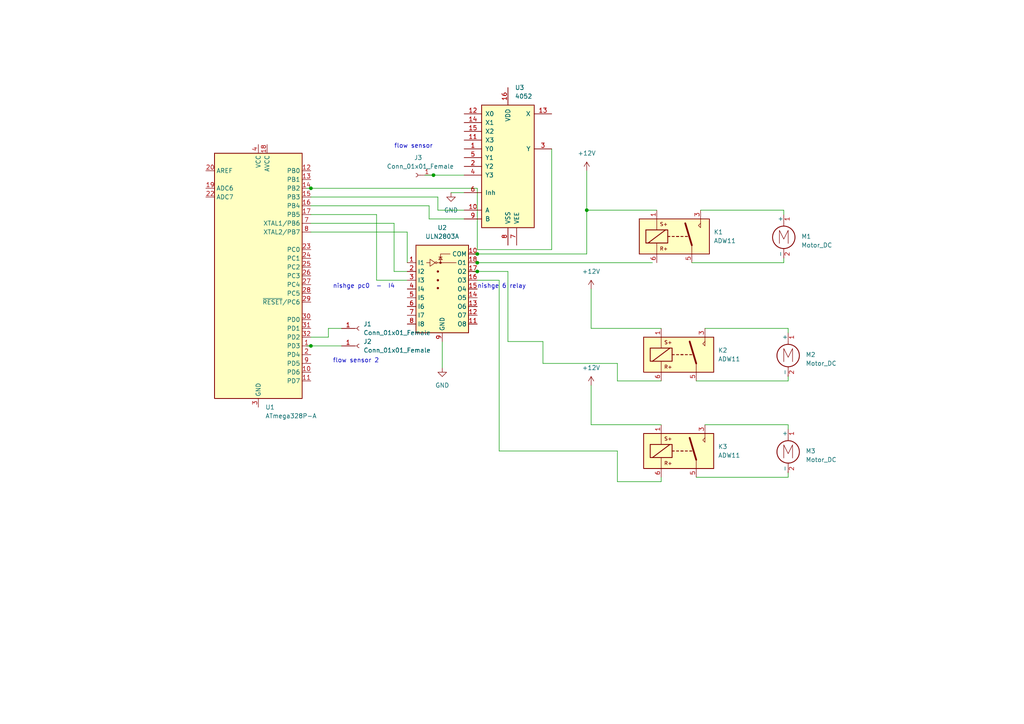
<source format=kicad_sch>
(kicad_sch (version 20211123) (generator eeschema)

  (uuid 86364039-d00e-4cba-91f8-e26cededf001)

  (paper "A4")

  (lib_symbols
    (symbol "4xxx:4052" (pin_names (offset 1.016)) (in_bom yes) (on_board yes)
      (property "Reference" "U" (id 0) (at -7.62 19.05 0)
        (effects (font (size 1.27 1.27)))
      )
      (property "Value" "4052" (id 1) (at -7.62 -19.05 0)
        (effects (font (size 1.27 1.27)))
      )
      (property "Footprint" "" (id 2) (at 0 0 0)
        (effects (font (size 1.27 1.27)) hide)
      )
      (property "Datasheet" "http://www.intersil.com/content/dam/Intersil/documents/cd40/cd4051bms-52bms-53bms.pdf" (id 3) (at 0 0 0)
        (effects (font (size 1.27 1.27)) hide)
      )
      (property "ki_locked" "" (id 4) (at 0 0 0)
        (effects (font (size 1.27 1.27)))
      )
      (property "ki_keywords" "CMOS MUX MUX4" (id 5) (at 0 0 0)
        (effects (font (size 1.27 1.27)) hide)
      )
      (property "ki_description" "Dual Analog Multiplexer 4 to 1 line" (id 6) (at 0 0 0)
        (effects (font (size 1.27 1.27)) hide)
      )
      (property "ki_fp_filters" "DIP?16*" (id 7) (at 0 0 0)
        (effects (font (size 1.27 1.27)) hide)
      )
      (symbol "4052_1_0"
        (pin passive line (at -12.7 5.08 0) (length 5.08)
          (name "Y0" (effects (font (size 1.27 1.27))))
          (number "1" (effects (font (size 1.27 1.27))))
        )
        (pin input line (at -12.7 -12.7 0) (length 5.08)
          (name "A" (effects (font (size 1.27 1.27))))
          (number "10" (effects (font (size 1.27 1.27))))
        )
        (pin passive line (at -12.7 7.62 0) (length 5.08)
          (name "X3" (effects (font (size 1.27 1.27))))
          (number "11" (effects (font (size 1.27 1.27))))
        )
        (pin passive line (at -12.7 15.24 0) (length 5.08)
          (name "X0" (effects (font (size 1.27 1.27))))
          (number "12" (effects (font (size 1.27 1.27))))
        )
        (pin passive line (at 12.7 15.24 180) (length 5.08)
          (name "X" (effects (font (size 1.27 1.27))))
          (number "13" (effects (font (size 1.27 1.27))))
        )
        (pin passive line (at -12.7 12.7 0) (length 5.08)
          (name "X1" (effects (font (size 1.27 1.27))))
          (number "14" (effects (font (size 1.27 1.27))))
        )
        (pin passive line (at -12.7 10.16 0) (length 5.08)
          (name "X2" (effects (font (size 1.27 1.27))))
          (number "15" (effects (font (size 1.27 1.27))))
        )
        (pin power_in line (at 0 22.86 270) (length 5.08)
          (name "VDD" (effects (font (size 1.27 1.27))))
          (number "16" (effects (font (size 1.27 1.27))))
        )
        (pin passive line (at -12.7 0 0) (length 5.08)
          (name "Y2" (effects (font (size 1.27 1.27))))
          (number "2" (effects (font (size 1.27 1.27))))
        )
        (pin passive line (at 12.7 5.08 180) (length 5.08)
          (name "Y" (effects (font (size 1.27 1.27))))
          (number "3" (effects (font (size 1.27 1.27))))
        )
        (pin passive line (at -12.7 -2.54 0) (length 5.08)
          (name "Y3" (effects (font (size 1.27 1.27))))
          (number "4" (effects (font (size 1.27 1.27))))
        )
        (pin passive line (at -12.7 2.54 0) (length 5.08)
          (name "Y1" (effects (font (size 1.27 1.27))))
          (number "5" (effects (font (size 1.27 1.27))))
        )
        (pin input line (at -12.7 -7.62 0) (length 5.08)
          (name "Inh" (effects (font (size 1.27 1.27))))
          (number "6" (effects (font (size 1.27 1.27))))
        )
        (pin power_in line (at 2.54 -22.86 90) (length 5.08)
          (name "VEE" (effects (font (size 1.27 1.27))))
          (number "7" (effects (font (size 1.27 1.27))))
        )
        (pin power_in line (at 0 -22.86 90) (length 5.08)
          (name "VSS" (effects (font (size 1.27 1.27))))
          (number "8" (effects (font (size 1.27 1.27))))
        )
        (pin input line (at -12.7 -15.24 0) (length 5.08)
          (name "B" (effects (font (size 1.27 1.27))))
          (number "9" (effects (font (size 1.27 1.27))))
        )
      )
      (symbol "4052_1_1"
        (rectangle (start -7.62 17.78) (end 7.62 -17.78)
          (stroke (width 0.254) (type default) (color 0 0 0 0))
          (fill (type background))
        )
      )
    )
    (symbol "Connector:Conn_01x01_Female" (pin_names (offset 1.016) hide) (in_bom yes) (on_board yes)
      (property "Reference" "J" (id 0) (at 0 2.54 0)
        (effects (font (size 1.27 1.27)))
      )
      (property "Value" "Conn_01x01_Female" (id 1) (at 0 -2.54 0)
        (effects (font (size 1.27 1.27)))
      )
      (property "Footprint" "" (id 2) (at 0 0 0)
        (effects (font (size 1.27 1.27)) hide)
      )
      (property "Datasheet" "~" (id 3) (at 0 0 0)
        (effects (font (size 1.27 1.27)) hide)
      )
      (property "ki_keywords" "connector" (id 4) (at 0 0 0)
        (effects (font (size 1.27 1.27)) hide)
      )
      (property "ki_description" "Generic connector, single row, 01x01, script generated (kicad-library-utils/schlib/autogen/connector/)" (id 5) (at 0 0 0)
        (effects (font (size 1.27 1.27)) hide)
      )
      (property "ki_fp_filters" "Connector*:*" (id 6) (at 0 0 0)
        (effects (font (size 1.27 1.27)) hide)
      )
      (symbol "Conn_01x01_Female_1_1"
        (polyline
          (pts
            (xy -1.27 0)
            (xy -0.508 0)
          )
          (stroke (width 0.1524) (type default) (color 0 0 0 0))
          (fill (type none))
        )
        (arc (start 0 0.508) (mid -0.508 0) (end 0 -0.508)
          (stroke (width 0.1524) (type default) (color 0 0 0 0))
          (fill (type none))
        )
        (pin passive line (at -5.08 0 0) (length 3.81)
          (name "Pin_1" (effects (font (size 1.27 1.27))))
          (number "1" (effects (font (size 1.27 1.27))))
        )
      )
    )
    (symbol "MCU_Microchip_ATmega:ATmega328P-A" (in_bom yes) (on_board yes)
      (property "Reference" "U" (id 0) (at -12.7 36.83 0)
        (effects (font (size 1.27 1.27)) (justify left bottom))
      )
      (property "Value" "ATmega328P-A" (id 1) (at 2.54 -36.83 0)
        (effects (font (size 1.27 1.27)) (justify left top))
      )
      (property "Footprint" "Package_QFP:TQFP-32_7x7mm_P0.8mm" (id 2) (at 0 0 0)
        (effects (font (size 1.27 1.27) italic) hide)
      )
      (property "Datasheet" "http://ww1.microchip.com/downloads/en/DeviceDoc/ATmega328_P%20AVR%20MCU%20with%20picoPower%20Technology%20Data%20Sheet%2040001984A.pdf" (id 3) (at 0 0 0)
        (effects (font (size 1.27 1.27)) hide)
      )
      (property "ki_keywords" "AVR 8bit Microcontroller MegaAVR PicoPower" (id 4) (at 0 0 0)
        (effects (font (size 1.27 1.27)) hide)
      )
      (property "ki_description" "20MHz, 32kB Flash, 2kB SRAM, 1kB EEPROM, TQFP-32" (id 5) (at 0 0 0)
        (effects (font (size 1.27 1.27)) hide)
      )
      (property "ki_fp_filters" "TQFP*7x7mm*P0.8mm*" (id 6) (at 0 0 0)
        (effects (font (size 1.27 1.27)) hide)
      )
      (symbol "ATmega328P-A_0_1"
        (rectangle (start -12.7 -35.56) (end 12.7 35.56)
          (stroke (width 0.254) (type default) (color 0 0 0 0))
          (fill (type background))
        )
      )
      (symbol "ATmega328P-A_1_1"
        (pin bidirectional line (at 15.24 -20.32 180) (length 2.54)
          (name "PD3" (effects (font (size 1.27 1.27))))
          (number "1" (effects (font (size 1.27 1.27))))
        )
        (pin bidirectional line (at 15.24 -27.94 180) (length 2.54)
          (name "PD6" (effects (font (size 1.27 1.27))))
          (number "10" (effects (font (size 1.27 1.27))))
        )
        (pin bidirectional line (at 15.24 -30.48 180) (length 2.54)
          (name "PD7" (effects (font (size 1.27 1.27))))
          (number "11" (effects (font (size 1.27 1.27))))
        )
        (pin bidirectional line (at 15.24 30.48 180) (length 2.54)
          (name "PB0" (effects (font (size 1.27 1.27))))
          (number "12" (effects (font (size 1.27 1.27))))
        )
        (pin bidirectional line (at 15.24 27.94 180) (length 2.54)
          (name "PB1" (effects (font (size 1.27 1.27))))
          (number "13" (effects (font (size 1.27 1.27))))
        )
        (pin bidirectional line (at 15.24 25.4 180) (length 2.54)
          (name "PB2" (effects (font (size 1.27 1.27))))
          (number "14" (effects (font (size 1.27 1.27))))
        )
        (pin bidirectional line (at 15.24 22.86 180) (length 2.54)
          (name "PB3" (effects (font (size 1.27 1.27))))
          (number "15" (effects (font (size 1.27 1.27))))
        )
        (pin bidirectional line (at 15.24 20.32 180) (length 2.54)
          (name "PB4" (effects (font (size 1.27 1.27))))
          (number "16" (effects (font (size 1.27 1.27))))
        )
        (pin bidirectional line (at 15.24 17.78 180) (length 2.54)
          (name "PB5" (effects (font (size 1.27 1.27))))
          (number "17" (effects (font (size 1.27 1.27))))
        )
        (pin power_in line (at 2.54 38.1 270) (length 2.54)
          (name "AVCC" (effects (font (size 1.27 1.27))))
          (number "18" (effects (font (size 1.27 1.27))))
        )
        (pin input line (at -15.24 25.4 0) (length 2.54)
          (name "ADC6" (effects (font (size 1.27 1.27))))
          (number "19" (effects (font (size 1.27 1.27))))
        )
        (pin bidirectional line (at 15.24 -22.86 180) (length 2.54)
          (name "PD4" (effects (font (size 1.27 1.27))))
          (number "2" (effects (font (size 1.27 1.27))))
        )
        (pin passive line (at -15.24 30.48 0) (length 2.54)
          (name "AREF" (effects (font (size 1.27 1.27))))
          (number "20" (effects (font (size 1.27 1.27))))
        )
        (pin passive line (at 0 -38.1 90) (length 2.54) hide
          (name "GND" (effects (font (size 1.27 1.27))))
          (number "21" (effects (font (size 1.27 1.27))))
        )
        (pin input line (at -15.24 22.86 0) (length 2.54)
          (name "ADC7" (effects (font (size 1.27 1.27))))
          (number "22" (effects (font (size 1.27 1.27))))
        )
        (pin bidirectional line (at 15.24 7.62 180) (length 2.54)
          (name "PC0" (effects (font (size 1.27 1.27))))
          (number "23" (effects (font (size 1.27 1.27))))
        )
        (pin bidirectional line (at 15.24 5.08 180) (length 2.54)
          (name "PC1" (effects (font (size 1.27 1.27))))
          (number "24" (effects (font (size 1.27 1.27))))
        )
        (pin bidirectional line (at 15.24 2.54 180) (length 2.54)
          (name "PC2" (effects (font (size 1.27 1.27))))
          (number "25" (effects (font (size 1.27 1.27))))
        )
        (pin bidirectional line (at 15.24 0 180) (length 2.54)
          (name "PC3" (effects (font (size 1.27 1.27))))
          (number "26" (effects (font (size 1.27 1.27))))
        )
        (pin bidirectional line (at 15.24 -2.54 180) (length 2.54)
          (name "PC4" (effects (font (size 1.27 1.27))))
          (number "27" (effects (font (size 1.27 1.27))))
        )
        (pin bidirectional line (at 15.24 -5.08 180) (length 2.54)
          (name "PC5" (effects (font (size 1.27 1.27))))
          (number "28" (effects (font (size 1.27 1.27))))
        )
        (pin bidirectional line (at 15.24 -7.62 180) (length 2.54)
          (name "~{RESET}/PC6" (effects (font (size 1.27 1.27))))
          (number "29" (effects (font (size 1.27 1.27))))
        )
        (pin power_in line (at 0 -38.1 90) (length 2.54)
          (name "GND" (effects (font (size 1.27 1.27))))
          (number "3" (effects (font (size 1.27 1.27))))
        )
        (pin bidirectional line (at 15.24 -12.7 180) (length 2.54)
          (name "PD0" (effects (font (size 1.27 1.27))))
          (number "30" (effects (font (size 1.27 1.27))))
        )
        (pin bidirectional line (at 15.24 -15.24 180) (length 2.54)
          (name "PD1" (effects (font (size 1.27 1.27))))
          (number "31" (effects (font (size 1.27 1.27))))
        )
        (pin bidirectional line (at 15.24 -17.78 180) (length 2.54)
          (name "PD2" (effects (font (size 1.27 1.27))))
          (number "32" (effects (font (size 1.27 1.27))))
        )
        (pin power_in line (at 0 38.1 270) (length 2.54)
          (name "VCC" (effects (font (size 1.27 1.27))))
          (number "4" (effects (font (size 1.27 1.27))))
        )
        (pin passive line (at 0 -38.1 90) (length 2.54) hide
          (name "GND" (effects (font (size 1.27 1.27))))
          (number "5" (effects (font (size 1.27 1.27))))
        )
        (pin passive line (at 0 38.1 270) (length 2.54) hide
          (name "VCC" (effects (font (size 1.27 1.27))))
          (number "6" (effects (font (size 1.27 1.27))))
        )
        (pin bidirectional line (at 15.24 15.24 180) (length 2.54)
          (name "XTAL1/PB6" (effects (font (size 1.27 1.27))))
          (number "7" (effects (font (size 1.27 1.27))))
        )
        (pin bidirectional line (at 15.24 12.7 180) (length 2.54)
          (name "XTAL2/PB7" (effects (font (size 1.27 1.27))))
          (number "8" (effects (font (size 1.27 1.27))))
        )
        (pin bidirectional line (at 15.24 -25.4 180) (length 2.54)
          (name "PD5" (effects (font (size 1.27 1.27))))
          (number "9" (effects (font (size 1.27 1.27))))
        )
      )
    )
    (symbol "Motor:Motor_DC" (pin_names (offset 0)) (in_bom yes) (on_board yes)
      (property "Reference" "M" (id 0) (at 2.54 2.54 0)
        (effects (font (size 1.27 1.27)) (justify left))
      )
      (property "Value" "Motor_DC" (id 1) (at 2.54 -5.08 0)
        (effects (font (size 1.27 1.27)) (justify left top))
      )
      (property "Footprint" "" (id 2) (at 0 -2.286 0)
        (effects (font (size 1.27 1.27)) hide)
      )
      (property "Datasheet" "~" (id 3) (at 0 -2.286 0)
        (effects (font (size 1.27 1.27)) hide)
      )
      (property "ki_keywords" "DC Motor" (id 4) (at 0 0 0)
        (effects (font (size 1.27 1.27)) hide)
      )
      (property "ki_description" "DC Motor" (id 5) (at 0 0 0)
        (effects (font (size 1.27 1.27)) hide)
      )
      (property "ki_fp_filters" "PinHeader*P2.54mm* TerminalBlock*" (id 6) (at 0 0 0)
        (effects (font (size 1.27 1.27)) hide)
      )
      (symbol "Motor_DC_0_0"
        (polyline
          (pts
            (xy -1.27 -3.302)
            (xy -1.27 0.508)
            (xy 0 -2.032)
            (xy 1.27 0.508)
            (xy 1.27 -3.302)
          )
          (stroke (width 0) (type default) (color 0 0 0 0))
          (fill (type none))
        )
      )
      (symbol "Motor_DC_0_1"
        (circle (center 0 -1.524) (radius 3.2512)
          (stroke (width 0.254) (type default) (color 0 0 0 0))
          (fill (type none))
        )
        (polyline
          (pts
            (xy 0 -7.62)
            (xy 0 -7.112)
          )
          (stroke (width 0) (type default) (color 0 0 0 0))
          (fill (type none))
        )
        (polyline
          (pts
            (xy 0 -4.7752)
            (xy 0 -5.1816)
          )
          (stroke (width 0) (type default) (color 0 0 0 0))
          (fill (type none))
        )
        (polyline
          (pts
            (xy 0 1.7272)
            (xy 0 2.0828)
          )
          (stroke (width 0) (type default) (color 0 0 0 0))
          (fill (type none))
        )
        (polyline
          (pts
            (xy 0 2.032)
            (xy 0 2.54)
          )
          (stroke (width 0) (type default) (color 0 0 0 0))
          (fill (type none))
        )
      )
      (symbol "Motor_DC_1_1"
        (pin passive line (at 0 5.08 270) (length 2.54)
          (name "+" (effects (font (size 1.27 1.27))))
          (number "1" (effects (font (size 1.27 1.27))))
        )
        (pin passive line (at 0 -7.62 90) (length 2.54)
          (name "-" (effects (font (size 1.27 1.27))))
          (number "2" (effects (font (size 1.27 1.27))))
        )
      )
    )
    (symbol "Relay:ADW11" (in_bom yes) (on_board yes)
      (property "Reference" "K" (id 0) (at 11.43 3.81 0)
        (effects (font (size 1.27 1.27)))
      )
      (property "Value" "ADW11" (id 1) (at 13.97 1.27 0)
        (effects (font (size 1.27 1.27)))
      )
      (property "Footprint" "Relay_THT:Relay_1P1T_NO_10x24x18.8mm_Panasonic_ADW11xxxxW_THT" (id 2) (at 33.655 -1.27 0)
        (effects (font (size 1.27 1.27)) hide)
      )
      (property "Datasheet" "https://www.panasonic-electric-works.com/pew/es/downloads/ds_dw_hl_en.pdf" (id 3) (at 0 0 0)
        (effects (font (size 1.27 1.27)) hide)
      )
      (property "ki_keywords" "SPST 1P1T" (id 4) (at 0 0 0)
        (effects (font (size 1.27 1.27)) hide)
      )
      (property "ki_description" "Panasonic, 8A/16A, Small Polarized Latching Power Relays, Single coil, 1 Form A" (id 5) (at 0 0 0)
        (effects (font (size 1.27 1.27)) hide)
      )
      (property "ki_fp_filters" "Relay*1P1T*NO*Panasonic*ADW11xxxxW*" (id 6) (at 0 0 0)
        (effects (font (size 1.27 1.27)) hide)
      )
      (symbol "ADW11_1_1"
        (rectangle (start -10.16 5.08) (end 10.16 -5.08)
          (stroke (width 0.254) (type default) (color 0 0 0 0))
          (fill (type background))
        )
        (rectangle (start -8.255 1.905) (end -1.905 -1.905)
          (stroke (width 0.254) (type default) (color 0 0 0 0))
          (fill (type none))
        )
        (polyline
          (pts
            (xy -7.62 -1.905)
            (xy -2.54 1.905)
          )
          (stroke (width 0.254) (type default) (color 0 0 0 0))
          (fill (type none))
        )
        (polyline
          (pts
            (xy -5.08 -5.08)
            (xy -5.08 -1.905)
          )
          (stroke (width 0) (type default) (color 0 0 0 0))
          (fill (type none))
        )
        (polyline
          (pts
            (xy -5.08 5.08)
            (xy -5.08 1.905)
          )
          (stroke (width 0) (type default) (color 0 0 0 0))
          (fill (type none))
        )
        (polyline
          (pts
            (xy -1.905 0)
            (xy -1.27 0)
          )
          (stroke (width 0.254) (type default) (color 0 0 0 0))
          (fill (type none))
        )
        (polyline
          (pts
            (xy -0.635 0)
            (xy 0 0)
          )
          (stroke (width 0.254) (type default) (color 0 0 0 0))
          (fill (type none))
        )
        (polyline
          (pts
            (xy 0.635 0)
            (xy 1.27 0)
          )
          (stroke (width 0.254) (type default) (color 0 0 0 0))
          (fill (type none))
        )
        (polyline
          (pts
            (xy 0.635 0)
            (xy 1.27 0)
          )
          (stroke (width 0.254) (type default) (color 0 0 0 0))
          (fill (type none))
        )
        (polyline
          (pts
            (xy 1.905 0)
            (xy 2.54 0)
          )
          (stroke (width 0.254) (type default) (color 0 0 0 0))
          (fill (type none))
        )
        (polyline
          (pts
            (xy 3.175 0)
            (xy 3.81 0)
          )
          (stroke (width 0.254) (type default) (color 0 0 0 0))
          (fill (type none))
        )
        (polyline
          (pts
            (xy 5.08 -2.54)
            (xy 3.175 3.81)
          )
          (stroke (width 0.508) (type default) (color 0 0 0 0))
          (fill (type none))
        )
        (polyline
          (pts
            (xy 5.08 -2.54)
            (xy 5.08 -5.08)
          )
          (stroke (width 0) (type default) (color 0 0 0 0))
          (fill (type none))
        )
        (polyline
          (pts
            (xy 7.62 3.81)
            (xy 7.62 5.08)
          )
          (stroke (width 0) (type default) (color 0 0 0 0))
          (fill (type none))
        )
        (polyline
          (pts
            (xy 7.62 3.81)
            (xy 7.62 2.54)
            (xy 6.985 3.175)
            (xy 7.62 3.81)
          )
          (stroke (width 0) (type default) (color 0 0 0 0))
          (fill (type none))
        )
        (text "R+" (at -3.048 -3.556 0)
          (effects (font (size 1.016 1.016)))
        )
        (text "S+" (at -3.048 3.556 0)
          (effects (font (size 1.016 1.016)))
        )
        (pin passive line (at -5.08 7.62 270) (length 2.54)
          (name "~" (effects (font (size 1.27 1.27))))
          (number "1" (effects (font (size 1.27 1.27))))
        )
        (pin passive line (at 7.62 7.62 270) (length 2.54)
          (name "~" (effects (font (size 1.27 1.27))))
          (number "3" (effects (font (size 1.27 1.27))))
        )
        (pin passive line (at 5.08 -7.62 90) (length 2.54)
          (name "~" (effects (font (size 1.27 1.27))))
          (number "5" (effects (font (size 1.27 1.27))))
        )
        (pin passive line (at -5.08 -7.62 90) (length 2.54)
          (name "~" (effects (font (size 1.27 1.27))))
          (number "6" (effects (font (size 1.27 1.27))))
        )
      )
    )
    (symbol "Transistor_Array:ULN2803A" (in_bom yes) (on_board yes)
      (property "Reference" "U" (id 0) (at 0 13.335 0)
        (effects (font (size 1.27 1.27)))
      )
      (property "Value" "ULN2803A" (id 1) (at 0 11.43 0)
        (effects (font (size 1.27 1.27)))
      )
      (property "Footprint" "" (id 2) (at 1.27 -16.51 0)
        (effects (font (size 1.27 1.27)) (justify left) hide)
      )
      (property "Datasheet" "http://www.ti.com/lit/ds/symlink/uln2803a.pdf" (id 3) (at 2.54 -5.08 0)
        (effects (font (size 1.27 1.27)) hide)
      )
      (property "ki_keywords" "Darlington transistor array" (id 4) (at 0 0 0)
        (effects (font (size 1.27 1.27)) hide)
      )
      (property "ki_description" "Darlington Transistor Arrays, SOIC18/DIP18" (id 5) (at 0 0 0)
        (effects (font (size 1.27 1.27)) hide)
      )
      (property "ki_fp_filters" "DIP*W7.62mm* SOIC*7.5x11.6mm*P1.27mm*" (id 6) (at 0 0 0)
        (effects (font (size 1.27 1.27)) hide)
      )
      (symbol "ULN2803A_0_1"
        (rectangle (start -7.62 -15.24) (end 7.62 10.16)
          (stroke (width 0.254) (type default) (color 0 0 0 0))
          (fill (type background))
        )
        (circle (center -1.778 5.08) (radius 0.254)
          (stroke (width 0) (type default) (color 0 0 0 0))
          (fill (type none))
        )
        (circle (center -1.27 -2.286) (radius 0.254)
          (stroke (width 0) (type default) (color 0 0 0 0))
          (fill (type outline))
        )
        (circle (center -1.27 0) (radius 0.254)
          (stroke (width 0) (type default) (color 0 0 0 0))
          (fill (type outline))
        )
        (circle (center -1.27 2.54) (radius 0.254)
          (stroke (width 0) (type default) (color 0 0 0 0))
          (fill (type outline))
        )
        (circle (center -0.508 5.08) (radius 0.254)
          (stroke (width 0) (type default) (color 0 0 0 0))
          (fill (type outline))
        )
        (polyline
          (pts
            (xy -4.572 5.08)
            (xy -3.556 5.08)
          )
          (stroke (width 0) (type default) (color 0 0 0 0))
          (fill (type none))
        )
        (polyline
          (pts
            (xy -1.524 5.08)
            (xy 4.064 5.08)
          )
          (stroke (width 0) (type default) (color 0 0 0 0))
          (fill (type none))
        )
        (polyline
          (pts
            (xy 0 6.731)
            (xy -1.016 6.731)
          )
          (stroke (width 0) (type default) (color 0 0 0 0))
          (fill (type none))
        )
        (polyline
          (pts
            (xy -0.508 5.08)
            (xy -0.508 7.62)
            (xy 2.286 7.62)
          )
          (stroke (width 0) (type default) (color 0 0 0 0))
          (fill (type none))
        )
        (polyline
          (pts
            (xy -3.556 6.096)
            (xy -3.556 4.064)
            (xy -2.032 5.08)
            (xy -3.556 6.096)
          )
          (stroke (width 0) (type default) (color 0 0 0 0))
          (fill (type none))
        )
        (polyline
          (pts
            (xy 0 5.969)
            (xy -1.016 5.969)
            (xy -0.508 6.731)
            (xy 0 5.969)
          )
          (stroke (width 0) (type default) (color 0 0 0 0))
          (fill (type none))
        )
      )
      (symbol "ULN2803A_1_1"
        (pin input line (at -10.16 5.08 0) (length 2.54)
          (name "I1" (effects (font (size 1.27 1.27))))
          (number "1" (effects (font (size 1.27 1.27))))
        )
        (pin passive line (at 10.16 7.62 180) (length 2.54)
          (name "COM" (effects (font (size 1.27 1.27))))
          (number "10" (effects (font (size 1.27 1.27))))
        )
        (pin open_collector line (at 10.16 -12.7 180) (length 2.54)
          (name "O8" (effects (font (size 1.27 1.27))))
          (number "11" (effects (font (size 1.27 1.27))))
        )
        (pin open_collector line (at 10.16 -10.16 180) (length 2.54)
          (name "O7" (effects (font (size 1.27 1.27))))
          (number "12" (effects (font (size 1.27 1.27))))
        )
        (pin open_collector line (at 10.16 -7.62 180) (length 2.54)
          (name "O6" (effects (font (size 1.27 1.27))))
          (number "13" (effects (font (size 1.27 1.27))))
        )
        (pin open_collector line (at 10.16 -5.08 180) (length 2.54)
          (name "O5" (effects (font (size 1.27 1.27))))
          (number "14" (effects (font (size 1.27 1.27))))
        )
        (pin open_collector line (at 10.16 -2.54 180) (length 2.54)
          (name "O4" (effects (font (size 1.27 1.27))))
          (number "15" (effects (font (size 1.27 1.27))))
        )
        (pin open_collector line (at 10.16 0 180) (length 2.54)
          (name "O3" (effects (font (size 1.27 1.27))))
          (number "16" (effects (font (size 1.27 1.27))))
        )
        (pin open_collector line (at 10.16 2.54 180) (length 2.54)
          (name "O2" (effects (font (size 1.27 1.27))))
          (number "17" (effects (font (size 1.27 1.27))))
        )
        (pin open_collector line (at 10.16 5.08 180) (length 2.54)
          (name "O1" (effects (font (size 1.27 1.27))))
          (number "18" (effects (font (size 1.27 1.27))))
        )
        (pin input line (at -10.16 2.54 0) (length 2.54)
          (name "I2" (effects (font (size 1.27 1.27))))
          (number "2" (effects (font (size 1.27 1.27))))
        )
        (pin input line (at -10.16 0 0) (length 2.54)
          (name "I3" (effects (font (size 1.27 1.27))))
          (number "3" (effects (font (size 1.27 1.27))))
        )
        (pin input line (at -10.16 -2.54 0) (length 2.54)
          (name "I4" (effects (font (size 1.27 1.27))))
          (number "4" (effects (font (size 1.27 1.27))))
        )
        (pin input line (at -10.16 -5.08 0) (length 2.54)
          (name "I5" (effects (font (size 1.27 1.27))))
          (number "5" (effects (font (size 1.27 1.27))))
        )
        (pin input line (at -10.16 -7.62 0) (length 2.54)
          (name "I6" (effects (font (size 1.27 1.27))))
          (number "6" (effects (font (size 1.27 1.27))))
        )
        (pin input line (at -10.16 -10.16 0) (length 2.54)
          (name "I7" (effects (font (size 1.27 1.27))))
          (number "7" (effects (font (size 1.27 1.27))))
        )
        (pin input line (at -10.16 -12.7 0) (length 2.54)
          (name "I8" (effects (font (size 1.27 1.27))))
          (number "8" (effects (font (size 1.27 1.27))))
        )
        (pin power_in line (at 0 -17.78 90) (length 2.54)
          (name "GND" (effects (font (size 1.27 1.27))))
          (number "9" (effects (font (size 1.27 1.27))))
        )
      )
    )
    (symbol "power:+12V" (power) (pin_names (offset 0)) (in_bom yes) (on_board yes)
      (property "Reference" "#PWR" (id 0) (at 0 -3.81 0)
        (effects (font (size 1.27 1.27)) hide)
      )
      (property "Value" "+12V" (id 1) (at 0 3.556 0)
        (effects (font (size 1.27 1.27)))
      )
      (property "Footprint" "" (id 2) (at 0 0 0)
        (effects (font (size 1.27 1.27)) hide)
      )
      (property "Datasheet" "" (id 3) (at 0 0 0)
        (effects (font (size 1.27 1.27)) hide)
      )
      (property "ki_keywords" "power-flag" (id 4) (at 0 0 0)
        (effects (font (size 1.27 1.27)) hide)
      )
      (property "ki_description" "Power symbol creates a global label with name \"+12V\"" (id 5) (at 0 0 0)
        (effects (font (size 1.27 1.27)) hide)
      )
      (symbol "+12V_0_1"
        (polyline
          (pts
            (xy -0.762 1.27)
            (xy 0 2.54)
          )
          (stroke (width 0) (type default) (color 0 0 0 0))
          (fill (type none))
        )
        (polyline
          (pts
            (xy 0 0)
            (xy 0 2.54)
          )
          (stroke (width 0) (type default) (color 0 0 0 0))
          (fill (type none))
        )
        (polyline
          (pts
            (xy 0 2.54)
            (xy 0.762 1.27)
          )
          (stroke (width 0) (type default) (color 0 0 0 0))
          (fill (type none))
        )
      )
      (symbol "+12V_1_1"
        (pin power_in line (at 0 0 90) (length 0) hide
          (name "+12V" (effects (font (size 1.27 1.27))))
          (number "1" (effects (font (size 1.27 1.27))))
        )
      )
    )
    (symbol "power:GND" (power) (pin_names (offset 0)) (in_bom yes) (on_board yes)
      (property "Reference" "#PWR" (id 0) (at 0 -6.35 0)
        (effects (font (size 1.27 1.27)) hide)
      )
      (property "Value" "GND" (id 1) (at 0 -3.81 0)
        (effects (font (size 1.27 1.27)))
      )
      (property "Footprint" "" (id 2) (at 0 0 0)
        (effects (font (size 1.27 1.27)) hide)
      )
      (property "Datasheet" "" (id 3) (at 0 0 0)
        (effects (font (size 1.27 1.27)) hide)
      )
      (property "ki_keywords" "power-flag" (id 4) (at 0 0 0)
        (effects (font (size 1.27 1.27)) hide)
      )
      (property "ki_description" "Power symbol creates a global label with name \"GND\" , ground" (id 5) (at 0 0 0)
        (effects (font (size 1.27 1.27)) hide)
      )
      (symbol "GND_0_1"
        (polyline
          (pts
            (xy 0 0)
            (xy 0 -1.27)
            (xy 1.27 -1.27)
            (xy 0 -2.54)
            (xy -1.27 -1.27)
            (xy 0 -1.27)
          )
          (stroke (width 0) (type default) (color 0 0 0 0))
          (fill (type none))
        )
      )
      (symbol "GND_1_1"
        (pin power_in line (at 0 0 270) (length 0) hide
          (name "GND" (effects (font (size 1.27 1.27))))
          (number "1" (effects (font (size 1.27 1.27))))
        )
      )
    )
  )

  (junction (at 125.73 50.8) (diameter 0) (color 0 0 0 0)
    (uuid 13ff827d-3ae5-40af-9218-00cfc1a1b16b)
  )
  (junction (at 90.17 100.33) (diameter 0) (color 0 0 0 0)
    (uuid 23cfd8ea-5525-4851-80a0-f7a762f05615)
  )
  (junction (at 138.43 73.66) (diameter 0) (color 0 0 0 0)
    (uuid 5b4d354a-f325-4fad-8897-0d4a32fcd74f)
  )
  (junction (at 90.17 54.61) (diameter 0) (color 0 0 0 0)
    (uuid a63a5dfb-3348-49f6-96c6-875fb2a46ca7)
  )
  (junction (at 138.43 76.2) (diameter 0) (color 0 0 0 0)
    (uuid bdec2570-514e-491e-b4b9-8fc5e0226f72)
  )
  (junction (at 138.43 78.74) (diameter 0) (color 0 0 0 0)
    (uuid dea9f665-243d-48c9-b489-57202c5cb3dc)
  )
  (junction (at 170.18 60.96) (diameter 0) (color 0 0 0 0)
    (uuid dfca38ee-90bf-4a18-a08d-8551301ba7ee)
  )

  (wire (pts (xy 138.43 78.74) (xy 147.32 78.74))
    (stroke (width 0) (type default) (color 0 0 0 0))
    (uuid 07445c40-a090-4088-a1c7-e37f7be707b3)
  )
  (wire (pts (xy 227.33 60.96) (xy 227.33 62.23))
    (stroke (width 0) (type default) (color 0 0 0 0))
    (uuid 0d065e2f-3525-4b10-a2ca-e956e9834225)
  )
  (wire (pts (xy 114.3 78.74) (xy 118.11 78.74))
    (stroke (width 0) (type default) (color 0 0 0 0))
    (uuid 0d465646-ee7a-4eb4-b464-10ccf7d90536)
  )
  (wire (pts (xy 160.02 72.39) (xy 138.43 72.39))
    (stroke (width 0) (type default) (color 0 0 0 0))
    (uuid 0e0cb94c-d217-4c52-9621-ea41a8fd5dd3)
  )
  (wire (pts (xy 90.17 59.69) (xy 124.46 59.69))
    (stroke (width 0) (type default) (color 0 0 0 0))
    (uuid 0ffb94ba-6b6c-4211-b9b7-41911c6014d1)
  )
  (wire (pts (xy 227.33 76.2) (xy 227.33 74.93))
    (stroke (width 0) (type default) (color 0 0 0 0))
    (uuid 141c07ee-1410-4123-987e-df960df195af)
  )
  (wire (pts (xy 228.6 110.49) (xy 228.6 109.22))
    (stroke (width 0) (type default) (color 0 0 0 0))
    (uuid 1775f0ec-0c42-4423-a9f1-b01f9ea805ad)
  )
  (wire (pts (xy 179.07 139.7) (xy 191.77 139.7))
    (stroke (width 0) (type default) (color 0 0 0 0))
    (uuid 18a173f5-ee81-4198-ab0a-63615bea8265)
  )
  (wire (pts (xy 179.07 110.49) (xy 191.77 110.49))
    (stroke (width 0) (type default) (color 0 0 0 0))
    (uuid 1e543d7c-1bec-446d-8026-9b1d0fc1b689)
  )
  (wire (pts (xy 137.16 73.66) (xy 138.43 73.66))
    (stroke (width 0) (type default) (color 0 0 0 0))
    (uuid 213ffb52-a8cd-4f07-8d0d-d54e92ee0469)
  )
  (wire (pts (xy 191.77 139.7) (xy 191.77 138.43))
    (stroke (width 0) (type default) (color 0 0 0 0))
    (uuid 2665eb2d-6ff0-4a7b-9f98-0b02acd21b8d)
  )
  (wire (pts (xy 138.43 73.66) (xy 170.18 73.66))
    (stroke (width 0) (type default) (color 0 0 0 0))
    (uuid 2c534fcc-3de1-4b0d-905e-2d22ef1edc9d)
  )
  (wire (pts (xy 170.18 73.66) (xy 170.18 60.96))
    (stroke (width 0) (type default) (color 0 0 0 0))
    (uuid 2c8964a4-24eb-4223-b18b-f75a330714ee)
  )
  (wire (pts (xy 144.78 81.28) (xy 144.78 130.81))
    (stroke (width 0) (type default) (color 0 0 0 0))
    (uuid 2fa0450b-60f1-410d-b1bd-72289694ee18)
  )
  (wire (pts (xy 90.17 67.31) (xy 118.11 67.31))
    (stroke (width 0) (type default) (color 0 0 0 0))
    (uuid 2fee1633-2486-4394-82ba-ba4bb8c807a1)
  )
  (wire (pts (xy 171.45 111.76) (xy 171.45 123.19))
    (stroke (width 0) (type default) (color 0 0 0 0))
    (uuid 3416ba2c-74d3-4bbf-b48c-5c7306f8a921)
  )
  (wire (pts (xy 137.16 76.2) (xy 138.43 76.2))
    (stroke (width 0) (type default) (color 0 0 0 0))
    (uuid 34de279b-0ba4-474e-a09f-957f49515485)
  )
  (wire (pts (xy 200.66 76.2) (xy 227.33 76.2))
    (stroke (width 0) (type default) (color 0 0 0 0))
    (uuid 3cce6cbb-6363-48a2-95be-5e766062e240)
  )
  (wire (pts (xy 90.17 54.61) (xy 138.43 54.61))
    (stroke (width 0) (type default) (color 0 0 0 0))
    (uuid 41ab3157-fdd6-4915-a7ba-6180d1c5e3e4)
  )
  (wire (pts (xy 90.17 97.79) (xy 95.25 97.79))
    (stroke (width 0) (type default) (color 0 0 0 0))
    (uuid 4e185b19-e583-4f7f-b43e-7b326d100076)
  )
  (wire (pts (xy 127 60.96) (xy 127 57.15))
    (stroke (width 0) (type default) (color 0 0 0 0))
    (uuid 4edd7c70-cc77-4e0f-8f63-1d11958ed919)
  )
  (wire (pts (xy 124.46 63.5) (xy 124.46 59.69))
    (stroke (width 0) (type default) (color 0 0 0 0))
    (uuid 50454645-f9b2-404e-a978-30eee7ec753d)
  )
  (wire (pts (xy 109.22 62.23) (xy 109.22 81.28))
    (stroke (width 0) (type default) (color 0 0 0 0))
    (uuid 582572a7-d877-400b-bf1c-5bbaf263c3e3)
  )
  (wire (pts (xy 201.93 110.49) (xy 228.6 110.49))
    (stroke (width 0) (type default) (color 0 0 0 0))
    (uuid 5a7c7a97-b606-480f-9f94-397a6f14ee4f)
  )
  (wire (pts (xy 171.45 95.25) (xy 191.77 95.25))
    (stroke (width 0) (type default) (color 0 0 0 0))
    (uuid 5bd496d1-8a16-48aa-a1aa-f9ac903bc2ca)
  )
  (wire (pts (xy 109.22 81.28) (xy 118.11 81.28))
    (stroke (width 0) (type default) (color 0 0 0 0))
    (uuid 5e785a68-48a8-49ad-b87d-b4051b8aa78c)
  )
  (wire (pts (xy 125.73 50.8) (xy 134.62 50.8))
    (stroke (width 0) (type default) (color 0 0 0 0))
    (uuid 6455a2a1-52d0-4749-852c-d55238705b54)
  )
  (wire (pts (xy 114.3 64.77) (xy 114.3 78.74))
    (stroke (width 0) (type default) (color 0 0 0 0))
    (uuid 65dcb70a-180d-4e24-9f32-399193a9d5a2)
  )
  (wire (pts (xy 147.32 99.06) (xy 157.48 99.06))
    (stroke (width 0) (type default) (color 0 0 0 0))
    (uuid 694d9767-cc78-4985-9dd3-58c6802c86a0)
  )
  (wire (pts (xy 147.32 78.74) (xy 147.32 99.06))
    (stroke (width 0) (type default) (color 0 0 0 0))
    (uuid 6abe1c87-9e63-4585-9906-99d44ad242bd)
  )
  (wire (pts (xy 170.18 49.53) (xy 170.18 60.96))
    (stroke (width 0) (type default) (color 0 0 0 0))
    (uuid 717a0ca5-d98e-4bbf-96be-4728de5ab70f)
  )
  (wire (pts (xy 171.45 83.82) (xy 171.45 95.25))
    (stroke (width 0) (type default) (color 0 0 0 0))
    (uuid 74138ace-105a-4207-9221-4590b90e0ecb)
  )
  (wire (pts (xy 130.81 55.88) (xy 134.62 55.88))
    (stroke (width 0) (type default) (color 0 0 0 0))
    (uuid 76622169-b557-4dee-8938-1795e17d3667)
  )
  (wire (pts (xy 138.43 72.39) (xy 138.43 54.61))
    (stroke (width 0) (type default) (color 0 0 0 0))
    (uuid 79a4e211-0312-405a-93de-a08261486698)
  )
  (wire (pts (xy 95.25 97.79) (xy 95.25 95.25))
    (stroke (width 0) (type default) (color 0 0 0 0))
    (uuid 8ba21b13-7d33-4790-b0c4-753c6618adc5)
  )
  (wire (pts (xy 179.07 105.41) (xy 179.07 110.49))
    (stroke (width 0) (type default) (color 0 0 0 0))
    (uuid 940392c5-ec91-4e93-9784-4bea6eb2843d)
  )
  (wire (pts (xy 95.25 95.25) (xy 99.06 95.25))
    (stroke (width 0) (type default) (color 0 0 0 0))
    (uuid 99600135-0582-42f0-966a-ce91cef0f5a7)
  )
  (wire (pts (xy 157.48 99.06) (xy 157.48 105.41))
    (stroke (width 0) (type default) (color 0 0 0 0))
    (uuid 9ccbfc19-6c81-4ff6-b360-d7cb05852e05)
  )
  (wire (pts (xy 204.47 123.19) (xy 228.6 123.19))
    (stroke (width 0) (type default) (color 0 0 0 0))
    (uuid a2411645-d8a0-4451-a353-fd48d71b7fbb)
  )
  (wire (pts (xy 138.43 81.28) (xy 144.78 81.28))
    (stroke (width 0) (type default) (color 0 0 0 0))
    (uuid a328dd02-c982-4b3c-a367-e8410746a481)
  )
  (wire (pts (xy 204.47 95.25) (xy 228.6 95.25))
    (stroke (width 0) (type default) (color 0 0 0 0))
    (uuid abb2cbbe-b388-4aef-92f2-232924bf70c3)
  )
  (wire (pts (xy 203.2 60.96) (xy 227.33 60.96))
    (stroke (width 0) (type default) (color 0 0 0 0))
    (uuid aee88a3b-56b3-4628-a3e7-f21c64609c50)
  )
  (wire (pts (xy 228.6 138.43) (xy 228.6 137.16))
    (stroke (width 0) (type default) (color 0 0 0 0))
    (uuid b670075f-9cac-4e51-85d9-dbcd05458cdd)
  )
  (wire (pts (xy 90.17 57.15) (xy 127 57.15))
    (stroke (width 0) (type default) (color 0 0 0 0))
    (uuid bfc739eb-95c7-43f4-a1d0-25d510a9ce05)
  )
  (wire (pts (xy 171.45 123.19) (xy 191.77 123.19))
    (stroke (width 0) (type default) (color 0 0 0 0))
    (uuid c2d59e83-e6ec-4d92-a463-de3e81173ce7)
  )
  (wire (pts (xy 88.9 100.33) (xy 90.17 100.33))
    (stroke (width 0) (type default) (color 0 0 0 0))
    (uuid c79d81d0-cce2-43d3-a991-65de59307b56)
  )
  (wire (pts (xy 90.17 100.33) (xy 99.06 100.33))
    (stroke (width 0) (type default) (color 0 0 0 0))
    (uuid caa3b787-4f8c-4193-be4d-887d4db84510)
  )
  (wire (pts (xy 118.11 67.31) (xy 118.11 76.2))
    (stroke (width 0) (type default) (color 0 0 0 0))
    (uuid cb1ad5e1-4659-44a3-83e6-74a05e301738)
  )
  (wire (pts (xy 179.07 130.81) (xy 179.07 139.7))
    (stroke (width 0) (type default) (color 0 0 0 0))
    (uuid d1b21ac8-c7ee-446d-a5ef-c8d2d066fee4)
  )
  (wire (pts (xy 201.93 138.43) (xy 228.6 138.43))
    (stroke (width 0) (type default) (color 0 0 0 0))
    (uuid d3d27173-be85-4783-92df-0fec2c4ede10)
  )
  (wire (pts (xy 128.27 99.06) (xy 128.27 106.68))
    (stroke (width 0) (type default) (color 0 0 0 0))
    (uuid d462e33b-c284-4f2e-97f2-05c1aaf07b39)
  )
  (wire (pts (xy 134.62 60.96) (xy 127 60.96))
    (stroke (width 0) (type default) (color 0 0 0 0))
    (uuid d92f08d4-7e26-4221-95cd-33fc6f38d40f)
  )
  (wire (pts (xy 138.43 76.2) (xy 189.23 76.2))
    (stroke (width 0) (type default) (color 0 0 0 0))
    (uuid d987d5b9-64b3-478d-bdc9-2aed361f7d33)
  )
  (wire (pts (xy 137.16 78.74) (xy 138.43 78.74))
    (stroke (width 0) (type default) (color 0 0 0 0))
    (uuid daeaf966-3395-4bae-95bb-01cbfb55abe1)
  )
  (wire (pts (xy 228.6 95.25) (xy 228.6 96.52))
    (stroke (width 0) (type default) (color 0 0 0 0))
    (uuid deb34009-7c79-49b3-ad84-55beb0202486)
  )
  (wire (pts (xy 88.9 54.61) (xy 90.17 54.61))
    (stroke (width 0) (type default) (color 0 0 0 0))
    (uuid e6c89603-5b10-4304-8f05-14f7ad7ec90d)
  )
  (wire (pts (xy 90.17 62.23) (xy 109.22 62.23))
    (stroke (width 0) (type default) (color 0 0 0 0))
    (uuid eb8e3e70-c62c-4c3e-b871-4a178297820f)
  )
  (wire (pts (xy 134.62 63.5) (xy 124.46 63.5))
    (stroke (width 0) (type default) (color 0 0 0 0))
    (uuid ef0a90ca-cfef-4cfd-990b-6b5e82026e1c)
  )
  (wire (pts (xy 144.78 130.81) (xy 179.07 130.81))
    (stroke (width 0) (type default) (color 0 0 0 0))
    (uuid ef1f9213-a00b-4a20-825f-a3fc72dcd1d6)
  )
  (wire (pts (xy 170.18 60.96) (xy 190.5 60.96))
    (stroke (width 0) (type default) (color 0 0 0 0))
    (uuid f016c4ed-0418-42a9-8cb4-8d5b863c4f9b)
  )
  (wire (pts (xy 123.19 50.8) (xy 125.73 50.8))
    (stroke (width 0) (type default) (color 0 0 0 0))
    (uuid f4a745dd-d985-4b76-9b77-5309eaedaa56)
  )
  (wire (pts (xy 228.6 123.19) (xy 228.6 124.46))
    (stroke (width 0) (type default) (color 0 0 0 0))
    (uuid f8fbcb8d-005c-4983-8251-51e93f170970)
  )
  (wire (pts (xy 90.17 64.77) (xy 114.3 64.77))
    (stroke (width 0) (type default) (color 0 0 0 0))
    (uuid fbd9c22b-4b76-4916-9835-6c7452c3b7d3)
  )
  (wire (pts (xy 157.48 105.41) (xy 179.07 105.41))
    (stroke (width 0) (type default) (color 0 0 0 0))
    (uuid fd52d919-7fa9-415a-8148-a5a6b4d08ccb)
  )
  (wire (pts (xy 160.02 43.18) (xy 160.02 72.39))
    (stroke (width 0) (type default) (color 0 0 0 0))
    (uuid fda63ebc-b463-4bc0-8f44-47e7a55d741e)
  )

  (text "nishge pc0  -  I4" (at 96.52 83.82 0)
    (effects (font (size 1.27 1.27)) (justify left bottom))
    (uuid 02e930f4-1195-4e99-ad03-fe4da44f856b)
  )
  (text "nishge 6 relay" (at 138.43 83.82 0)
    (effects (font (size 1.27 1.27)) (justify left bottom))
    (uuid 596c6507-5ae1-4ccb-83f8-9a54b9891579)
  )
  (text "flow sensor" (at 114.3 43.18 0)
    (effects (font (size 1.27 1.27)) (justify left bottom))
    (uuid 622d44ad-1013-403e-846d-263888a8e5c7)
  )
  (text "flow sensor 2" (at 96.52 105.41 0)
    (effects (font (size 1.27 1.27)) (justify left bottom))
    (uuid a6bd8c88-9742-4439-9b4d-1c2de7138baa)
  )

  (symbol (lib_id "power:+12V") (at 171.45 83.82 0) (unit 1)
    (in_bom yes) (on_board yes) (fields_autoplaced)
    (uuid 0fb2d539-76f3-4aae-8873-bfed32e0ffa4)
    (property "Reference" "#PWR0103" (id 0) (at 171.45 87.63 0)
      (effects (font (size 1.27 1.27)) hide)
    )
    (property "Value" "+12V" (id 1) (at 171.45 78.74 0))
    (property "Footprint" "" (id 2) (at 171.45 83.82 0)
      (effects (font (size 1.27 1.27)) hide)
    )
    (property "Datasheet" "" (id 3) (at 171.45 83.82 0)
      (effects (font (size 1.27 1.27)) hide)
    )
    (pin "1" (uuid 75942633-c521-427a-9259-389294af614b))
  )

  (symbol (lib_id "power:+12V") (at 171.45 111.76 0) (unit 1)
    (in_bom yes) (on_board yes) (fields_autoplaced)
    (uuid 1e3b2ea1-3595-4e3c-972d-f97b38709e34)
    (property "Reference" "#PWR0105" (id 0) (at 171.45 115.57 0)
      (effects (font (size 1.27 1.27)) hide)
    )
    (property "Value" "+12V" (id 1) (at 171.45 106.68 0))
    (property "Footprint" "" (id 2) (at 171.45 111.76 0)
      (effects (font (size 1.27 1.27)) hide)
    )
    (property "Datasheet" "" (id 3) (at 171.45 111.76 0)
      (effects (font (size 1.27 1.27)) hide)
    )
    (pin "1" (uuid fdd9ddc2-7148-49bc-ab41-95310b84df32))
  )

  (symbol (lib_id "Relay:ADW11") (at 196.85 130.81 0) (unit 1)
    (in_bom yes) (on_board yes) (fields_autoplaced)
    (uuid 23bc638c-5e25-4b59-9c24-0f740fc83c5c)
    (property "Reference" "K3" (id 0) (at 208.28 129.5399 0)
      (effects (font (size 1.27 1.27)) (justify left))
    )
    (property "Value" "ADW11" (id 1) (at 208.28 132.0799 0)
      (effects (font (size 1.27 1.27)) (justify left))
    )
    (property "Footprint" "Relay_THT:Relay_1P1T_NO_10x24x18.8mm_Panasonic_ADW11xxxxW_THT" (id 2) (at 230.505 132.08 0)
      (effects (font (size 1.27 1.27)) hide)
    )
    (property "Datasheet" "https://www.panasonic-electric-works.com/pew/es/downloads/ds_dw_hl_en.pdf" (id 3) (at 196.85 130.81 0)
      (effects (font (size 1.27 1.27)) hide)
    )
    (pin "1" (uuid 5f0493fd-9174-4132-ac9d-8d1ac5f44e22))
    (pin "3" (uuid 6be73c92-986a-40ae-86d3-e24413f0f200))
    (pin "5" (uuid 245a296e-64f4-446c-894c-a3254da676ba))
    (pin "6" (uuid d89ad05c-1f46-497a-a961-1b4462d4e718))
  )

  (symbol (lib_id "power:+12V") (at 170.18 49.53 0) (unit 1)
    (in_bom yes) (on_board yes) (fields_autoplaced)
    (uuid 2be4ea80-c813-413f-8d53-e9d50edb7df2)
    (property "Reference" "#PWR0104" (id 0) (at 170.18 53.34 0)
      (effects (font (size 1.27 1.27)) hide)
    )
    (property "Value" "+12V" (id 1) (at 170.18 44.45 0))
    (property "Footprint" "" (id 2) (at 170.18 49.53 0)
      (effects (font (size 1.27 1.27)) hide)
    )
    (property "Datasheet" "" (id 3) (at 170.18 49.53 0)
      (effects (font (size 1.27 1.27)) hide)
    )
    (pin "1" (uuid 478a7a79-d7d0-4105-9e0a-3b4a5bd39fd3))
  )

  (symbol (lib_id "Relay:ADW11") (at 195.58 68.58 0) (unit 1)
    (in_bom yes) (on_board yes) (fields_autoplaced)
    (uuid 46976f16-3d39-4e86-b33e-cb152e22b8c3)
    (property "Reference" "K1" (id 0) (at 207.01 67.3099 0)
      (effects (font (size 1.27 1.27)) (justify left))
    )
    (property "Value" "ADW11" (id 1) (at 207.01 69.8499 0)
      (effects (font (size 1.27 1.27)) (justify left))
    )
    (property "Footprint" "Relay_THT:Relay_1P1T_NO_10x24x18.8mm_Panasonic_ADW11xxxxW_THT" (id 2) (at 229.235 69.85 0)
      (effects (font (size 1.27 1.27)) hide)
    )
    (property "Datasheet" "https://www.panasonic-electric-works.com/pew/es/downloads/ds_dw_hl_en.pdf" (id 3) (at 195.58 68.58 0)
      (effects (font (size 1.27 1.27)) hide)
    )
    (pin "1" (uuid 699d515d-9da3-47e7-a4a2-ab427d90cbbc))
    (pin "3" (uuid 680fe6e9-a9a7-49ef-95a0-10696179748b))
    (pin "5" (uuid 116abe52-2cb3-4e2c-95ad-1c2d2fc81639))
    (pin "6" (uuid edc128a3-3e8d-43be-86b3-98b0a32f7aec))
  )

  (symbol (lib_id "power:GND") (at 128.27 106.68 0) (unit 1)
    (in_bom yes) (on_board yes) (fields_autoplaced)
    (uuid 4e96b538-9fce-464a-afb1-3b16ab426256)
    (property "Reference" "#PWR0102" (id 0) (at 128.27 113.03 0)
      (effects (font (size 1.27 1.27)) hide)
    )
    (property "Value" "GND" (id 1) (at 128.27 111.76 0))
    (property "Footprint" "" (id 2) (at 128.27 106.68 0)
      (effects (font (size 1.27 1.27)) hide)
    )
    (property "Datasheet" "" (id 3) (at 128.27 106.68 0)
      (effects (font (size 1.27 1.27)) hide)
    )
    (pin "1" (uuid 3aa82545-cff8-4310-8ca9-420d0c6d48c9))
  )

  (symbol (lib_id "Relay:ADW11") (at 196.85 102.87 0) (unit 1)
    (in_bom yes) (on_board yes) (fields_autoplaced)
    (uuid 79d24262-150d-4095-8ae8-92bc73990a05)
    (property "Reference" "K2" (id 0) (at 208.28 101.5999 0)
      (effects (font (size 1.27 1.27)) (justify left))
    )
    (property "Value" "ADW11" (id 1) (at 208.28 104.1399 0)
      (effects (font (size 1.27 1.27)) (justify left))
    )
    (property "Footprint" "Relay_THT:Relay_1P1T_NO_10x24x18.8mm_Panasonic_ADW11xxxxW_THT" (id 2) (at 230.505 104.14 0)
      (effects (font (size 1.27 1.27)) hide)
    )
    (property "Datasheet" "https://www.panasonic-electric-works.com/pew/es/downloads/ds_dw_hl_en.pdf" (id 3) (at 196.85 102.87 0)
      (effects (font (size 1.27 1.27)) hide)
    )
    (pin "1" (uuid c9e9fe7c-31a4-40f7-bbd6-7de0a76db121))
    (pin "3" (uuid 1b6cea8a-0904-4c94-ad83-c30349216343))
    (pin "5" (uuid f164cb21-aaf7-4fde-bb52-31863b36a23a))
    (pin "6" (uuid 03674d06-7a78-498c-a652-6480b46afec1))
  )

  (symbol (lib_id "Motor:Motor_DC") (at 228.6 129.54 0) (unit 1)
    (in_bom yes) (on_board yes) (fields_autoplaced)
    (uuid 8980718f-1c41-40bd-ad83-0d076a47f24c)
    (property "Reference" "M3" (id 0) (at 233.68 130.8099 0)
      (effects (font (size 1.27 1.27)) (justify left))
    )
    (property "Value" "Motor_DC" (id 1) (at 233.68 133.3499 0)
      (effects (font (size 1.27 1.27)) (justify left))
    )
    (property "Footprint" "Connector_PinHeader_2.54mm:PinHeader_1x02_P2.54mm_Horizontal" (id 2) (at 228.6 131.826 0)
      (effects (font (size 1.27 1.27)) hide)
    )
    (property "Datasheet" "~" (id 3) (at 228.6 131.826 0)
      (effects (font (size 1.27 1.27)) hide)
    )
    (pin "1" (uuid 86b55e8e-0e75-4684-ace0-73a530c91d1a))
    (pin "2" (uuid 5d002cec-abe9-45e8-812a-973b5403fd52))
  )

  (symbol (lib_id "Transistor_Array:ULN2803A") (at 128.27 81.28 0) (unit 1)
    (in_bom yes) (on_board yes) (fields_autoplaced)
    (uuid bbeaaf67-2104-4cb1-9e8b-c032a9be626a)
    (property "Reference" "U2" (id 0) (at 128.27 66.04 0))
    (property "Value" "ULN2803A" (id 1) (at 128.27 68.58 0))
    (property "Footprint" "FOOTPRINTS:DIP850W46P254L2324H393Q18" (id 2) (at 129.54 97.79 0)
      (effects (font (size 1.27 1.27)) (justify left) hide)
    )
    (property "Datasheet" "http://www.ti.com/lit/ds/symlink/uln2803a.pdf" (id 3) (at 130.81 86.36 0)
      (effects (font (size 1.27 1.27)) hide)
    )
    (pin "1" (uuid 6db366f5-15df-44cb-bccc-141ea36c80bd))
    (pin "10" (uuid e0fbf331-2000-4ba0-ac4f-077173786e3d))
    (pin "11" (uuid fea76454-3d19-4876-805c-f1092bbc6071))
    (pin "12" (uuid b2f77893-17b5-4456-8003-adbec41c92a2))
    (pin "13" (uuid efcb4805-d277-4c15-b731-76b3e4dab83b))
    (pin "14" (uuid 553a8728-c874-4403-bacb-8b47ff678575))
    (pin "15" (uuid 65e9fe50-84ec-4762-aff5-0be44a3677be))
    (pin "16" (uuid ada36c54-c37f-4a0c-81ee-5e2c2cb8e46f))
    (pin "17" (uuid ffe1a076-5cb4-4894-9ba6-66355bed4e9e))
    (pin "18" (uuid ecdb719e-214e-4583-815a-6ab034180f37))
    (pin "2" (uuid 6c407756-04d1-40ac-8e64-79244e3693c3))
    (pin "3" (uuid 6cba5d1a-ced7-4751-b4f8-05b36916cc8b))
    (pin "4" (uuid f5ccf9dc-1f53-4cf1-9be9-da6107536023))
    (pin "5" (uuid 89d3504f-6c23-4089-a2dc-314565174333))
    (pin "6" (uuid b5694189-3126-494f-ba8d-68511821e73d))
    (pin "7" (uuid e92c2b80-7cbd-4994-a713-b494008f7b0c))
    (pin "8" (uuid aca27ea1-4c6e-4edf-a9ac-91e4fe0badbd))
    (pin "9" (uuid 72cd2742-5fdb-4dcd-ab36-034b8de8a4a3))
  )

  (symbol (lib_id "Motor:Motor_DC") (at 227.33 67.31 0) (unit 1)
    (in_bom yes) (on_board yes) (fields_autoplaced)
    (uuid be2d93d2-5cec-4218-b095-7aac1e26e184)
    (property "Reference" "M1" (id 0) (at 232.41 68.5799 0)
      (effects (font (size 1.27 1.27)) (justify left))
    )
    (property "Value" "Motor_DC" (id 1) (at 232.41 71.1199 0)
      (effects (font (size 1.27 1.27)) (justify left))
    )
    (property "Footprint" "Connector_PinHeader_2.54mm:PinHeader_1x02_P2.54mm_Horizontal" (id 2) (at 227.33 69.596 0)
      (effects (font (size 1.27 1.27)) hide)
    )
    (property "Datasheet" "~" (id 3) (at 227.33 69.596 0)
      (effects (font (size 1.27 1.27)) hide)
    )
    (pin "1" (uuid 09d25957-159b-4524-8d60-75f3b2541458))
    (pin "2" (uuid 1e463e4b-7d0d-4165-b0ae-75bca34854a1))
  )

  (symbol (lib_id "Motor:Motor_DC") (at 228.6 101.6 0) (unit 1)
    (in_bom yes) (on_board yes) (fields_autoplaced)
    (uuid d40ca234-b2dd-427a-826d-d38148907972)
    (property "Reference" "M2" (id 0) (at 233.68 102.8699 0)
      (effects (font (size 1.27 1.27)) (justify left))
    )
    (property "Value" "Motor_DC" (id 1) (at 233.68 105.4099 0)
      (effects (font (size 1.27 1.27)) (justify left))
    )
    (property "Footprint" "Connector_PinHeader_2.54mm:PinHeader_1x02_P2.54mm_Horizontal" (id 2) (at 228.6 103.886 0)
      (effects (font (size 1.27 1.27)) hide)
    )
    (property "Datasheet" "~" (id 3) (at 228.6 103.886 0)
      (effects (font (size 1.27 1.27)) hide)
    )
    (pin "1" (uuid 346ad6b6-3bda-41ef-8459-03e856bb1486))
    (pin "2" (uuid 6cbfa8ae-8662-4153-a818-3c909f739c83))
  )

  (symbol (lib_id "Connector:Conn_01x01_Female") (at 120.65 50.8 0) (mirror y) (unit 1)
    (in_bom yes) (on_board yes)
    (uuid d6164517-969a-4ea8-94f9-373c7eaf47e3)
    (property "Reference" "J3" (id 0) (at 121.285 45.72 0))
    (property "Value" "Conn_01x01_Female" (id 1) (at 121.92 48.26 0))
    (property "Footprint" "Connector_PinHeader_1.00mm:PinHeader_1x02_P1.00mm_Horizontal" (id 2) (at 120.65 50.8 0)
      (effects (font (size 1.27 1.27)) hide)
    )
    (property "Datasheet" "~" (id 3) (at 120.65 50.8 0)
      (effects (font (size 1.27 1.27)) hide)
    )
    (pin "1" (uuid a80a4a90-3928-4536-8d56-8d778930a6c4))
  )

  (symbol (lib_id "Connector:Conn_01x01_Female") (at 104.14 95.25 0) (unit 1)
    (in_bom yes) (on_board yes) (fields_autoplaced)
    (uuid decd3ac3-8d64-421b-9cc8-55e4fa15ea40)
    (property "Reference" "J1" (id 0) (at 105.41 93.9799 0)
      (effects (font (size 1.27 1.27)) (justify left))
    )
    (property "Value" "Conn_01x01_Female" (id 1) (at 105.41 96.5199 0)
      (effects (font (size 1.27 1.27)) (justify left))
    )
    (property "Footprint" "Connector_PinHeader_1.00mm:PinHeader_1x02_P1.00mm_Horizontal" (id 2) (at 104.14 95.25 0)
      (effects (font (size 1.27 1.27)) hide)
    )
    (property "Datasheet" "~" (id 3) (at 104.14 95.25 0)
      (effects (font (size 1.27 1.27)) hide)
    )
    (pin "1" (uuid b9f39a0b-5984-44e9-b4a6-a77fd9e12289))
  )

  (symbol (lib_id "power:GND") (at 130.81 55.88 0) (unit 1)
    (in_bom yes) (on_board yes) (fields_autoplaced)
    (uuid eb640707-caf2-4987-8ec7-52c7c7d750c8)
    (property "Reference" "#PWR0101" (id 0) (at 130.81 62.23 0)
      (effects (font (size 1.27 1.27)) hide)
    )
    (property "Value" "GND" (id 1) (at 130.81 60.96 0))
    (property "Footprint" "" (id 2) (at 130.81 55.88 0)
      (effects (font (size 1.27 1.27)) hide)
    )
    (property "Datasheet" "" (id 3) (at 130.81 55.88 0)
      (effects (font (size 1.27 1.27)) hide)
    )
    (pin "1" (uuid be29335a-289a-4809-aa17-83ef9369db4d))
  )

  (symbol (lib_id "4xxx:4052") (at 147.32 48.26 0) (unit 1)
    (in_bom yes) (on_board yes) (fields_autoplaced)
    (uuid ece7b049-1311-41f3-92b4-7053778b5f2f)
    (property "Reference" "U3" (id 0) (at 149.3394 25.4 0)
      (effects (font (size 1.27 1.27)) (justify left))
    )
    (property "Value" "4052" (id 1) (at 149.3394 27.94 0)
      (effects (font (size 1.27 1.27)) (justify left))
    )
    (property "Footprint" "4052:DIP794W45P254L1969H508Q16" (id 2) (at 147.32 48.26 0)
      (effects (font (size 1.27 1.27)) hide)
    )
    (property "Datasheet" "http://www.intersil.com/content/dam/Intersil/documents/cd40/cd4051bms-52bms-53bms.pdf" (id 3) (at 147.32 48.26 0)
      (effects (font (size 1.27 1.27)) hide)
    )
    (pin "1" (uuid c8ec8fb7-77de-4548-9dfc-78902eb2a214))
    (pin "10" (uuid 2cbcef19-aedc-48ab-a64e-94b5e8e77db7))
    (pin "11" (uuid 96542e4d-ac69-4806-8cab-bcb4b80fb359))
    (pin "12" (uuid 304eb911-ca8d-4adc-a329-5a553ef0a9f3))
    (pin "13" (uuid c183fa55-27b0-4ee7-9169-45913d853575))
    (pin "14" (uuid 2b2f1938-ca87-449e-8020-1c040e5158c8))
    (pin "15" (uuid 36b071fb-783c-4412-a3ce-78de1c382964))
    (pin "16" (uuid 2f93fd08-abf6-49bb-961d-31dc193d3b84))
    (pin "2" (uuid ccec33ff-458a-4ee3-b233-0addb74494a3))
    (pin "3" (uuid a052e9a2-b689-4b1e-951e-6fe1305f9c8d))
    (pin "4" (uuid aa8f54ce-3a93-4333-a1ae-233ce4e2d23f))
    (pin "5" (uuid 343d829b-175e-44bc-8cbc-dcf0f70aecfb))
    (pin "6" (uuid 11e74c39-15c2-4257-98aa-8a4df45a82ed))
    (pin "7" (uuid 7b050694-7ae8-4013-9917-e69acf283163))
    (pin "8" (uuid 82ba0212-172e-4ce9-b69b-c514703dc7ec))
    (pin "9" (uuid 46f40bfb-17a9-4620-a33e-fec1f561ea1f))
  )

  (symbol (lib_id "MCU_Microchip_ATmega:ATmega328P-A") (at 74.93 80.01 0) (unit 1)
    (in_bom yes) (on_board yes) (fields_autoplaced)
    (uuid f4f94228-bf2a-4d4a-b567-ece98b8fe5d7)
    (property "Reference" "U1" (id 0) (at 76.9494 118.11 0)
      (effects (font (size 1.27 1.27)) (justify left))
    )
    (property "Value" "ATmega328P-A" (id 1) (at 76.9494 120.65 0)
      (effects (font (size 1.27 1.27)) (justify left))
    )
    (property "Footprint" "Package_QFP:TQFP-32_7x7mm_P0.8mm" (id 2) (at 74.93 80.01 0)
      (effects (font (size 1.27 1.27) italic) hide)
    )
    (property "Datasheet" "http://ww1.microchip.com/downloads/en/DeviceDoc/ATmega328_P%20AVR%20MCU%20with%20picoPower%20Technology%20Data%20Sheet%2040001984A.pdf" (id 3) (at 74.93 80.01 0)
      (effects (font (size 1.27 1.27)) hide)
    )
    (pin "1" (uuid 7500db48-de30-44bf-a6c2-bd4e32c5c6be))
    (pin "10" (uuid 690beef8-0e3e-40e2-b9bc-fc49341cfe3d))
    (pin "11" (uuid 03a44b67-86cd-4e46-8614-8349ad5314cc))
    (pin "12" (uuid f9aae66a-d2bc-4493-8069-eab9815cdec5))
    (pin "13" (uuid 4b651d5c-9eed-42e0-b1e1-560ee03f8ee7))
    (pin "14" (uuid 37e1c952-10cd-40b9-b644-b5ed85fd44ba))
    (pin "15" (uuid 6c11f450-2cb4-49e7-ac46-553e1f993ec7))
    (pin "16" (uuid 0a4266a4-4352-43e4-b017-0987e503e82b))
    (pin "17" (uuid ff06a888-5636-4c69-9c13-d1cf54870286))
    (pin "18" (uuid 3da33575-78de-4ad8-8857-de39fc7c8090))
    (pin "19" (uuid d0df9b2a-3560-452d-bcea-f77f8552a849))
    (pin "2" (uuid 9d2ff771-feff-43f7-a32d-50dce8ed7212))
    (pin "20" (uuid f94c8abd-a648-4aa5-b691-4fbd5fde6d11))
    (pin "21" (uuid 3be553d8-06fa-4bb8-8cfc-8d0d47fed65b))
    (pin "22" (uuid 931b6215-5064-41df-8fc3-5e02834351cb))
    (pin "23" (uuid 6f7ef97c-eb50-4230-a50c-ebed3cfaa30e))
    (pin "24" (uuid 6c4fdc11-ae34-4aa2-8091-fd7f65b8945c))
    (pin "25" (uuid ea919384-9792-42d8-8e5f-0c60faf9e059))
    (pin "26" (uuid cee4bbeb-1f97-4cf1-be5f-28d01e2180db))
    (pin "27" (uuid 03a47fcd-c238-445b-872d-f950f8ecaf32))
    (pin "28" (uuid dc2a1c50-41cc-4ff6-a0c0-8bd32077c977))
    (pin "29" (uuid 09a83d0f-46ad-43b8-a670-9db1d3076f42))
    (pin "3" (uuid 2b98b4cd-59c5-4bf9-a534-7699cd698d59))
    (pin "30" (uuid 94df6032-affc-4f23-b085-ba8072264993))
    (pin "31" (uuid 3287aaaf-33a1-4010-be50-71f81d601eab))
    (pin "32" (uuid 44c97810-e951-4360-8c68-2328ba2b5b57))
    (pin "4" (uuid bb43a3f6-2410-4fd0-a133-6b05a02c4999))
    (pin "5" (uuid c6c34ed9-e2f1-4371-b989-39526a9e4f07))
    (pin "6" (uuid 97311225-ee9a-4056-99d0-fbc1a6c800ca))
    (pin "7" (uuid fb0b55cb-7cb5-4429-9a42-4efab9128314))
    (pin "8" (uuid 282457d6-7f11-4813-bbb3-9ea7139f891a))
    (pin "9" (uuid aedf0875-85dd-4d1d-ad3b-dfe294314403))
  )

  (symbol (lib_id "Connector:Conn_01x01_Female") (at 104.14 100.33 0) (unit 1)
    (in_bom yes) (on_board yes) (fields_autoplaced)
    (uuid ff266be0-5049-4ab8-a2b4-359ba1f41317)
    (property "Reference" "J2" (id 0) (at 105.41 99.0599 0)
      (effects (font (size 1.27 1.27)) (justify left))
    )
    (property "Value" "Conn_01x01_Female" (id 1) (at 105.41 101.5999 0)
      (effects (font (size 1.27 1.27)) (justify left))
    )
    (property "Footprint" "Connector_PinHeader_1.00mm:PinHeader_1x02_P1.00mm_Horizontal" (id 2) (at 104.14 100.33 0)
      (effects (font (size 1.27 1.27)) hide)
    )
    (property "Datasheet" "~" (id 3) (at 104.14 100.33 0)
      (effects (font (size 1.27 1.27)) hide)
    )
    (pin "1" (uuid 0017f0b9-0e41-4da3-bd94-cf2229f5d405))
  )

  (sheet_instances
    (path "/" (page "1"))
  )

  (symbol_instances
    (path "/eb640707-caf2-4987-8ec7-52c7c7d750c8"
      (reference "#PWR0101") (unit 1) (value "GND") (footprint "")
    )
    (path "/4e96b538-9fce-464a-afb1-3b16ab426256"
      (reference "#PWR0102") (unit 1) (value "GND") (footprint "")
    )
    (path "/0fb2d539-76f3-4aae-8873-bfed32e0ffa4"
      (reference "#PWR0103") (unit 1) (value "+12V") (footprint "")
    )
    (path "/2be4ea80-c813-413f-8d53-e9d50edb7df2"
      (reference "#PWR0104") (unit 1) (value "+12V") (footprint "")
    )
    (path "/1e3b2ea1-3595-4e3c-972d-f97b38709e34"
      (reference "#PWR0105") (unit 1) (value "+12V") (footprint "")
    )
    (path "/decd3ac3-8d64-421b-9cc8-55e4fa15ea40"
      (reference "J1") (unit 1) (value "Conn_01x01_Female") (footprint "Connector_PinHeader_1.00mm:PinHeader_1x02_P1.00mm_Horizontal")
    )
    (path "/ff266be0-5049-4ab8-a2b4-359ba1f41317"
      (reference "J2") (unit 1) (value "Conn_01x01_Female") (footprint "Connector_PinHeader_1.00mm:PinHeader_1x02_P1.00mm_Horizontal")
    )
    (path "/d6164517-969a-4ea8-94f9-373c7eaf47e3"
      (reference "J3") (unit 1) (value "Conn_01x01_Female") (footprint "Connector_PinHeader_1.00mm:PinHeader_1x02_P1.00mm_Horizontal")
    )
    (path "/46976f16-3d39-4e86-b33e-cb152e22b8c3"
      (reference "K1") (unit 1) (value "ADW11") (footprint "Relay_THT:Relay_1P1T_NO_10x24x18.8mm_Panasonic_ADW11xxxxW_THT")
    )
    (path "/79d24262-150d-4095-8ae8-92bc73990a05"
      (reference "K2") (unit 1) (value "ADW11") (footprint "Relay_THT:Relay_1P1T_NO_10x24x18.8mm_Panasonic_ADW11xxxxW_THT")
    )
    (path "/23bc638c-5e25-4b59-9c24-0f740fc83c5c"
      (reference "K3") (unit 1) (value "ADW11") (footprint "Relay_THT:Relay_1P1T_NO_10x24x18.8mm_Panasonic_ADW11xxxxW_THT")
    )
    (path "/be2d93d2-5cec-4218-b095-7aac1e26e184"
      (reference "M1") (unit 1) (value "Motor_DC") (footprint "Connector_PinHeader_2.54mm:PinHeader_1x02_P2.54mm_Horizontal")
    )
    (path "/d40ca234-b2dd-427a-826d-d38148907972"
      (reference "M2") (unit 1) (value "Motor_DC") (footprint "Connector_PinHeader_2.54mm:PinHeader_1x02_P2.54mm_Horizontal")
    )
    (path "/8980718f-1c41-40bd-ad83-0d076a47f24c"
      (reference "M3") (unit 1) (value "Motor_DC") (footprint "Connector_PinHeader_2.54mm:PinHeader_1x02_P2.54mm_Horizontal")
    )
    (path "/f4f94228-bf2a-4d4a-b567-ece98b8fe5d7"
      (reference "U1") (unit 1) (value "ATmega328P-A") (footprint "Package_QFP:TQFP-32_7x7mm_P0.8mm")
    )
    (path "/bbeaaf67-2104-4cb1-9e8b-c032a9be626a"
      (reference "U2") (unit 1) (value "ULN2803A") (footprint "FOOTPRINTS:DIP850W46P254L2324H393Q18")
    )
    (path "/ece7b049-1311-41f3-92b4-7053778b5f2f"
      (reference "U3") (unit 1) (value "4052") (footprint "4052:DIP794W45P254L1969H508Q16")
    )
  )
)

</source>
